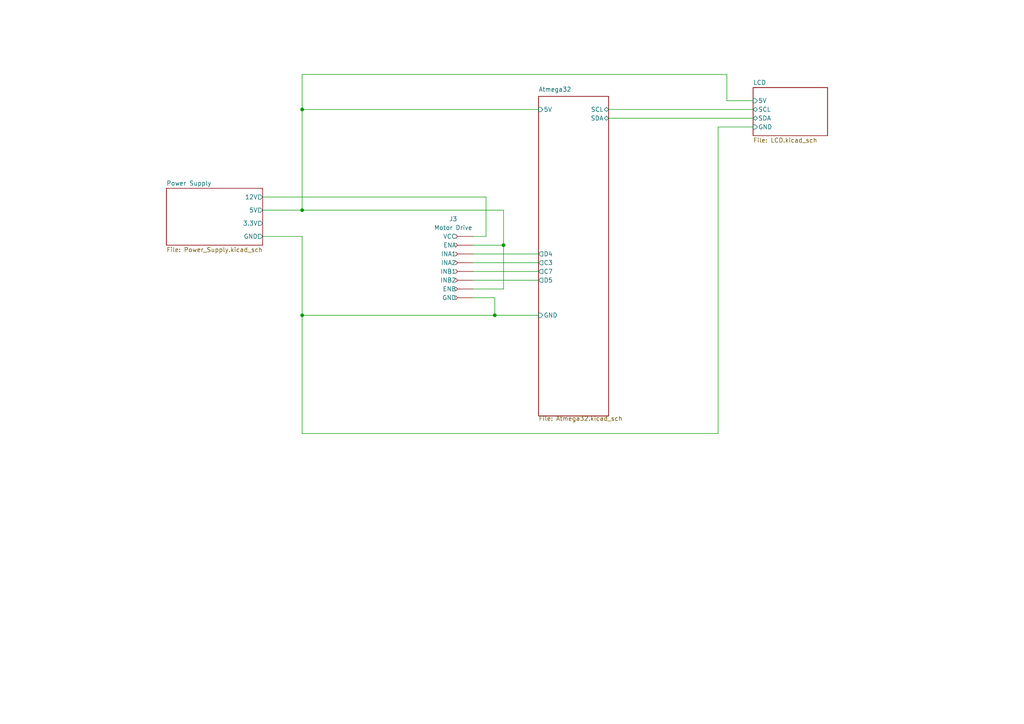
<source format=kicad_sch>
(kicad_sch (version 20211123) (generator eeschema)
  (paper "A4")
  (lib_symbols
    (symbol "Conn_01x08_Female_1" (pin_numbers hide) (pin_names (offset 1.016))
      (property "Reference" "J3" (at 0.635 12.7 0))
      (property "Value" "Motor Drive" (at 0.635 10.16 0))
      (symbol "Conn_01x08_Female_1_1_1"
        (arc (start 0 -9.652) (mid -0.508 -10.16) (end 0 -10.668) (stroke (width 0.1524)))
        (arc (start 0 -7.112) (mid -0.508 -7.62) (end 0 -8.128) (stroke (width 0.1524)))
        (arc (start 0 -4.572) (mid -0.508 -5.08) (end 0 -5.588) (stroke (width 0.1524)))
        (arc (start 0 -2.032) (mid -0.508 -2.54) (end 0 -3.048) (stroke (width 0.1524)))
        (polyline (pts (xy -1.27 -10.16) (xy -0.508 -10.16)) (stroke (width 0.1524)))
        (polyline (pts (xy -1.27 -7.62) (xy -0.508 -7.62)) (stroke (width 0.1524)))
        (polyline (pts (xy -1.27 -5.08) (xy -0.508 -5.08)) (stroke (width 0.1524)))
        (polyline (pts (xy -1.27 -2.54) (xy -0.508 -2.54)) (stroke (width 0.1524)))
        (polyline (pts (xy -1.27 0) (xy -0.508 0)) (stroke (width 0.1524)))
        (polyline (pts (xy -1.27 2.54) (xy -0.508 2.54)) (stroke (width 0.1524)))
        (polyline (pts (xy -1.27 5.08) (xy -0.508 5.08)) (stroke (width 0.1524)))
        (polyline (pts (xy -1.27 7.62) (xy -0.508 7.62)) (stroke (width 0.1524)))
        (arc (start 0 0.508) (mid -0.508 0) (end 0 -0.508) (stroke (width 0.1524)))
        (arc (start 0 3.048) (mid -0.508 2.54) (end 0 2.032) (stroke (width 0.1524)))
        (arc (start 0 5.588) (mid -0.508 5.08) (end 0 4.572) (stroke (width 0.1524)))
        (arc (start 0 8.128) (mid -0.508 7.62) (end 0 7.112) (stroke (width 0.1524)))
        (pin passive line (at -5.08 7.62 0) (length 3.81) (name "VCC") (number "1"))
        (pin passive line (at -5.08 5.08 0) (length 3.81) (name "ENA") (number "2"))
        (pin passive line (at -5.08 2.54 0) (length 3.81) (name "INA1") (number "3"))
        (pin passive line (at -5.08 0 0) (length 3.81) (name "INA2") (number "4"))
        (pin passive line (at -5.08 -2.54 0) (length 3.81) (name "INB1") (number "5"))
        (pin passive line (at -5.08 -5.08 0) (length 3.81) (name "INB2") (number "6"))
        (pin passive line (at -5.08 -7.62 0) (length 3.81) (name "ENB") (number "7"))
        (pin passive line (at -5.08 -10.16 0) (length 3.81) (name "GND") (number "8"))
      )
    )
  )
  (junction (at 87.63 91.44))
  (junction (at 146.05 71.12))
  (junction (at 87.63 31.75))
  (junction (at 143.51 91.44))
  (junction (at 87.63 60.96))
  (wire (pts (xy 176.53 34.29) (xy 218.44 34.29)))
  (wire (pts (xy 208.28 36.83) (xy 218.44 36.83)))
  (wire (pts (xy 146.05 71.12) (xy 137.16 71.12)))
  (wire (pts (xy 140.97 57.15) (xy 140.97 68.58)))
  (wire (pts (xy 137.16 76.2) (xy 156.21 76.2)))
  (wire (pts (xy 87.63 91.44) (xy 87.63 125.73)))
  (wire (pts (xy 146.05 60.96) (xy 146.05 71.12)))
  (wire (pts (xy 146.05 83.82) (xy 137.16 83.82)))
  (wire (pts (xy 87.63 68.58) (xy 87.63 91.44)))
  (wire (pts (xy 176.53 31.75) (xy 218.44 31.75)))
  (wire (pts (xy 76.2 60.96) (xy 87.63 60.96)))
  (wire (pts (xy 87.63 125.73) (xy 208.28 125.73)))
  (wire (pts (xy 137.16 73.66) (xy 156.21 73.66)))
  (wire (pts (xy 137.16 68.58) (xy 140.97 68.58)))
  (wire (pts (xy 143.51 91.44) (xy 156.21 91.44)))
  (wire (pts (xy 146.05 71.12) (xy 146.05 83.82)))
  (wire (pts (xy 137.16 78.74) (xy 156.21 78.74)))
  (wire (pts (xy 76.2 57.15) (xy 140.97 57.15)))
  (wire (pts (xy 87.63 31.75) (xy 156.21 31.75)))
  (wire (pts (xy 137.16 86.36) (xy 143.51 86.36)))
  (wire (pts (xy 87.63 60.96) (xy 146.05 60.96)))
  (wire (pts (xy 87.63 31.75) (xy 87.63 21.59)))
  (wire (pts (xy 208.28 36.83) (xy 208.28 125.73)))
  (wire (pts (xy 87.63 21.59) (xy 210.82 21.59)))
  (wire (pts (xy 210.82 21.59) (xy 210.82 29.21)))
  (wire (pts (xy 87.63 91.44) (xy 143.51 91.44)))
  (wire (pts (xy 210.82 29.21) (xy 218.44 29.21)))
  (wire (pts (xy 137.16 81.28) (xy 156.21 81.28)))
  (wire (pts (xy 76.2 68.58) (xy 87.63 68.58)))
  (wire (pts (xy 143.51 86.36) (xy 143.51 91.44)))
  (wire (pts (xy 87.63 31.75) (xy 87.63 60.96)))
  (symbol (lib_name "Conn_01x08_Female_1") (lib_id "Connector:Conn_01x08_Female") (at 132.08 76.2 0) (mirror y) (unit 1)
    (property "Reference" "J3" (at 131.445 63.5 0))
    (property "Value" "Motor Drive" (at 131.445 66.04 0))
    (property "Footprint" "Connector_PinHeader_2.54mm:PinHeader_1x08_P2.54mm_Vertical" (effects hide))
  )
  (sheet (at 218.44 25.4) (size 21.59 13.97) (stroke (width 0.1524))
    (property "Sheet name" "LCD" (at 218.44 24.6884 0) (effects (justify left bottom)))
    (property "Sheet file" "LCD.kicad_sch" (at 218.44 39.9546 0) (effects (justify left top)))
    (pin "SCL" bidirectional (at 218.44 31.75 180))
    (pin "SDA" bidirectional (at 218.44 34.29 180))
    (pin "GND" input (at 218.44 36.83 180))
    (pin "5V" input (at 218.44 29.21 180))
  )
  (sheet (at 156.21 27.94) (size 20.32 92.71) (stroke (width 0.1524))
    (property "Sheet name" "Atmega32" (at 156.21 26.67 0) (effects (justify left bottom)))
    (property "Sheet file" "Atmega32.kicad_sch" (at 156.21 120.65 0) (effects (justify left top)))
    (pin "5V" input (at 156.21 31.75 180))
    (pin "GND" input (at 156.21 91.44 180))
    (pin "SDA" bidirectional (at 176.53 34.29 0))
    (pin "SCL" bidirectional (at 176.53 31.75 0))
    (pin "C3" output (at 156.21 76.2 180))
    (pin "D4" output (at 156.21 73.66 180))
    (pin "D5" output (at 156.21 81.28 180))
    (pin "C7" output (at 156.21 78.74 180))
  )
  (sheet (at 48.26 54.61) (size 27.94 16.51) (stroke (width 0.1524))
    (property "Sheet name" "Power Supply" (at 48.26 53.8984 0) (effects (justify left bottom)))
    (property "Sheet file" "Power_Supply.kicad_sch" (at 48.26 71.7046 0) (effects (justify left top)))
    (pin "GND" output (at 76.2 68.58 0))
    (pin "5V" output (at 76.2 60.96 0))
    (pin "3.3V" output (at 76.2 64.77 0))
    (pin "12V" output (at 76.2 57.15 0))
  )
)
</source>
